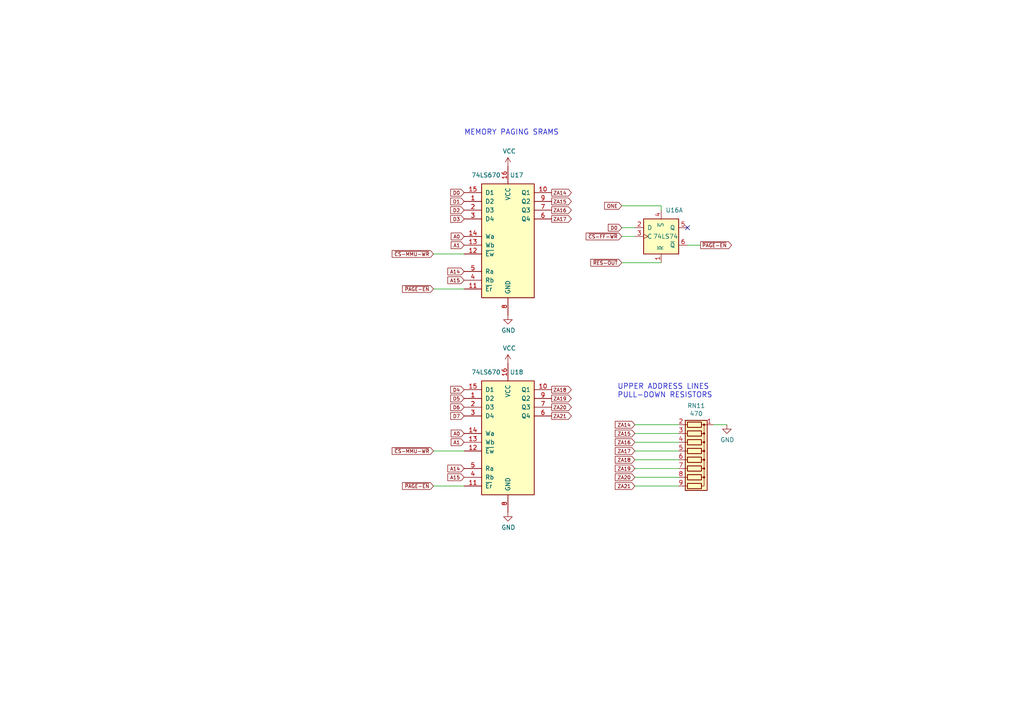
<source format=kicad_sch>
(kicad_sch (version 20211123) (generator eeschema)
  (paper "A4")
  (lib_symbols
    (symbol "74xx:74LS670" (pin_names (offset 1.016))
      (property "Reference" "U" (at -7.62 16.51 0))
      (property "Value" "74LS670" (at -7.62 -19.05 0))
      (symbol "74LS670_1_0"
        (pin input line (at -12.7 10.16 0) (length 5.08) (name "D2") (number "1"))
        (pin tri_state line (at 12.7 12.7 180) (length 5.08) (name "Q1") (number "10"))
        (pin input line (at -12.7 -15.24 0) (length 5.08) (name "~{Er}") (number "11"))
        (pin input line (at -12.7 -5.08 0) (length 5.08) (name "~{Ew}") (number "12"))
        (pin input line (at -12.7 -2.54 0) (length 5.08) (name "Wb") (number "13"))
        (pin input line (at -12.7 0 0) (length 5.08) (name "Wa") (number "14"))
        (pin input line (at -12.7 12.7 0) (length 5.08) (name "D1") (number "15"))
        (pin power_in line (at 0 20.32 270) (length 5.08) (name "VCC") (number "16"))
        (pin input line (at -12.7 7.62 0) (length 5.08) (name "D3") (number "2"))
        (pin input line (at -12.7 5.08 0) (length 5.08) (name "D4") (number "3"))
        (pin input line (at -12.7 -12.7 0) (length 5.08) (name "Rb") (number "4"))
        (pin input line (at -12.7 -10.16 0) (length 5.08) (name "Ra") (number "5"))
        (pin tri_state line (at 12.7 5.08 180) (length 5.08) (name "Q4") (number "6"))
        (pin tri_state line (at 12.7 7.62 180) (length 5.08) (name "Q3") (number "7"))
        (pin power_in line (at 0 -22.86 90) (length 5.08) (name "GND") (number "8"))
        (pin tri_state line (at 12.7 10.16 180) (length 5.08) (name "Q2") (number "9"))
      )
      (symbol "74LS670_1_1"
        (rectangle (start -7.62 15.24) (end 7.62 -17.78) (stroke (width 0.254)) (fill (type background)))
      )
    )
    (symbol "74xx:74LS74" (pin_names (offset 1.016))
      (property "Reference" "U" (at -7.62 8.89 0))
      (property "Value" "74LS74" (at -7.62 -8.89 0))
      (symbol "74LS74_1_0"
        (pin input line (at 0 -7.62 90) (length 2.54) (name "~{R}") (number "1"))
        (pin input line (at -7.62 2.54 0) (length 2.54) (name "D") (number "2"))
        (pin input clock (at -7.62 0 0) (length 2.54) (name "C") (number "3"))
        (pin input line (at 0 7.62 270) (length 2.54) (name "~{S}") (number "4"))
        (pin output line (at 7.62 2.54 180) (length 2.54) (name "Q") (number "5"))
        (pin output line (at 7.62 -2.54 180) (length 2.54) (name "~{Q}") (number "6"))
      )
      (symbol "74LS74_1_1"
        (rectangle (start -5.08 5.08) (end 5.08 -5.08) (stroke (width 0.254)) (fill (type background)))
      )
      (symbol "74LS74_2_0"
        (pin input line (at 0 7.62 270) (length 2.54) (name "~{S}") (number "10"))
        (pin input clock (at -7.62 0 0) (length 2.54) (name "C") (number "11"))
        (pin input line (at -7.62 2.54 0) (length 2.54) (name "D") (number "12"))
        (pin input line (at 0 -7.62 90) (length 2.54) (name "~{R}") (number "13"))
        (pin output line (at 7.62 -2.54 180) (length 2.54) (name "~{Q}") (number "8"))
        (pin output line (at 7.62 2.54 180) (length 2.54) (name "Q") (number "9"))
      )
      (symbol "74LS74_2_1"
        (rectangle (start -5.08 5.08) (end 5.08 -5.08) (stroke (width 0.254)) (fill (type background)))
      )
      (symbol "74LS74_3_0"
        (pin power_in line (at 0 10.16 270) (length 2.54) (name "VCC") (number "14"))
        (pin power_in line (at 0 -10.16 90) (length 2.54) (name "GND") (number "7"))
      )
      (symbol "74LS74_3_1"
        (rectangle (start -5.08 7.62) (end 5.08 -7.62) (stroke (width 0.254)) (fill (type background)))
      )
    )
    (symbol "Device:R_Network08" (pin_names (offset 0) hide)
      (property "Reference" "RN" (at -12.7 0 90))
      (property "Value" "R_Network08" (at 10.16 0 90))
      (symbol "R_Network08_0_1"
        (rectangle (start -11.43 -3.175) (end 8.89 3.175) (stroke (width 0.254)) (fill (type background)))
        (rectangle (start -10.922 1.524) (end -9.398 -2.54) (stroke (width 0.254)))
        (circle (center -10.16 2.286) (radius 0.254) (fill (type outline)))
        (rectangle (start -8.382 1.524) (end -6.858 -2.54) (stroke (width 0.254)))
        (circle (center -7.62 2.286) (radius 0.254) (fill (type outline)))
        (rectangle (start -5.842 1.524) (end -4.318 -2.54) (stroke (width 0.254)))
        (circle (center -5.08 2.286) (radius 0.254) (fill (type outline)))
        (rectangle (start -3.302 1.524) (end -1.778 -2.54) (stroke (width 0.254)))
        (circle (center -2.54 2.286) (radius 0.254) (fill (type outline)))
        (rectangle (start -0.762 1.524) (end 0.762 -2.54) (stroke (width 0.254)))
        (polyline (pts (xy -10.16 -2.54) (xy -10.16 -3.81)))
        (polyline (pts (xy -7.62 -2.54) (xy -7.62 -3.81)))
        (polyline (pts (xy -5.08 -2.54) (xy -5.08 -3.81)))
        (polyline (pts (xy -2.54 -2.54) (xy -2.54 -3.81)))
        (polyline (pts (xy 0 -2.54) (xy 0 -3.81)))
        (polyline (pts (xy 2.54 -2.54) (xy 2.54 -3.81)))
        (polyline (pts (xy 5.08 -2.54) (xy 5.08 -3.81)))
        (polyline (pts (xy 7.62 -2.54) (xy 7.62 -3.81)))
        (polyline (pts (xy -10.16 1.524) (xy -10.16 2.286) (xy -7.62 2.286) (xy -7.62 1.524)))
        (polyline (pts (xy -7.62 1.524) (xy -7.62 2.286) (xy -5.08 2.286) (xy -5.08 1.524)))
        (polyline (pts (xy -5.08 1.524) (xy -5.08 2.286) (xy -2.54 2.286) (xy -2.54 1.524)))
        (polyline (pts (xy -2.54 1.524) (xy -2.54 2.286) (xy 0 2.286) (xy 0 1.524)))
        (polyline (pts (xy 0 1.524) (xy 0 2.286) (xy 2.54 2.286) (xy 2.54 1.524)))
        (polyline (pts (xy 2.54 1.524) (xy 2.54 2.286) (xy 5.08 2.286) (xy 5.08 1.524)))
        (polyline (pts (xy 5.08 1.524) (xy 5.08 2.286) (xy 7.62 2.286) (xy 7.62 1.524)))
        (circle (center 0 2.286) (radius 0.254) (fill (type outline)))
        (rectangle (start 1.778 1.524) (end 3.302 -2.54) (stroke (width 0.254)))
        (circle (center 2.54 2.286) (radius 0.254) (fill (type outline)))
        (rectangle (start 4.318 1.524) (end 5.842 -2.54) (stroke (width 0.254)))
        (circle (center 5.08 2.286) (radius 0.254) (fill (type outline)))
        (rectangle (start 6.858 1.524) (end 8.382 -2.54) (stroke (width 0.254)))
      )
      (symbol "R_Network08_1_1"
        (pin passive line (at -10.16 5.08 270) (length 2.54) (name "common") (number "1"))
        (pin passive line (at -10.16 -5.08 90) (length 1.27) (name "R1") (number "2"))
        (pin passive line (at -7.62 -5.08 90) (length 1.27) (name "R2") (number "3"))
        (pin passive line (at -5.08 -5.08 90) (length 1.27) (name "R3") (number "4"))
        (pin passive line (at -2.54 -5.08 90) (length 1.27) (name "R4") (number "5"))
        (pin passive line (at 0 -5.08 90) (length 1.27) (name "R5") (number "6"))
        (pin passive line (at 2.54 -5.08 90) (length 1.27) (name "R6") (number "7"))
        (pin passive line (at 5.08 -5.08 90) (length 1.27) (name "R7") (number "8"))
        (pin passive line (at 7.62 -5.08 90) (length 1.27) (name "R8") (number "9"))
      )
    )
    (symbol "power:GND" (power) (pin_names (offset 0))
      (property "Value" "GND" (at 0 -3.81 0))
      (symbol "GND_0_1"
        (polyline (pts (xy 0 0) (xy 0 -1.27) (xy 1.27 -1.27) (xy 0 -2.54) (xy -1.27 -1.27) (xy 0 -1.27)))
      )
      (symbol "GND_1_1"
        (pin power_in line (at 0 0 270) (length 0) hide (name "GND") (number "1"))
      )
    )
    (symbol "power:VCC" (power) (pin_names (offset 0))
      (property "Value" "VCC" (at 0 3.81 0))
      (symbol "VCC_0_1"
        (polyline (pts (xy -0.762 1.27) (xy 0 2.54)))
        (polyline (pts (xy 0 0) (xy 0 2.54)))
        (polyline (pts (xy 0 2.54) (xy 0.762 1.27)))
      )
      (symbol "VCC_1_1"
        (pin power_in line (at 0 0 90) (length 0) hide (name "VCC") (number "1"))
      )
    )
  )
  (no_connect (at 199.39 66.04))
  (wire (pts (xy 184.15 125.73) (xy 196.85 125.73)))
  (wire (pts (xy 180.34 66.04) (xy 184.15 66.04)))
  (wire (pts (xy 184.15 128.27) (xy 196.85 128.27)))
  (wire (pts (xy 125.73 83.82) (xy 134.62 83.82)))
  (wire (pts (xy 191.77 59.69) (xy 180.34 59.69)))
  (wire (pts (xy 125.73 130.81) (xy 134.62 130.81)))
  (wire (pts (xy 125.73 140.97) (xy 134.62 140.97)))
  (wire (pts (xy 199.39 71.12) (xy 203.2 71.12)))
  (wire (pts (xy 207.01 123.19) (xy 210.82 123.19)))
  (wire (pts (xy 184.15 133.35) (xy 196.85 133.35)))
  (wire (pts (xy 191.77 60.96) (xy 191.77 59.69)))
  (wire (pts (xy 125.73 73.66) (xy 134.62 73.66)))
  (wire (pts (xy 184.15 135.89) (xy 196.85 135.89)))
  (wire (pts (xy 184.15 130.81) (xy 196.85 130.81)))
  (wire (pts (xy 184.15 123.19) (xy 196.85 123.19)))
  (wire (pts (xy 191.77 76.2) (xy 180.34 76.2)))
  (wire (pts (xy 184.15 140.97) (xy 196.85 140.97)))
  (wire (pts (xy 180.34 68.58) (xy 184.15 68.58)))
  (wire (pts (xy 184.15 138.43) (xy 196.85 138.43)))
  (text "UPPER ADDRESS LINES \nPULL-DOWN RESISTORS" (at 179.07 115.57 0) (effects (font (size 1.524 1.524)) (justify left bottom)))
  (text "MEMORY PAGING SRAMS" (at 134.62 39.37 0) (effects (font (size 1.524 1.524)) (justify left bottom)))
  (global_label "D3" (shape input) (at 134.62 63.5 180) (effects (font (size 1.016 1.016))) (property "Intersheet References" "${INTERSHEET_REFS}" (effects hide)))
  (global_label "ZA20" (shape output) (at 160.02 118.11 0) (effects (font (size 1.016 1.016))) (property "Intersheet References" "${INTERSHEET_REFS}" (effects hide)))
  (global_label "ZA17" (shape input) (at 184.15 130.81 180) (effects (font (size 1.016 1.016))) (property "Intersheet References" "${INTERSHEET_REFS}" (effects hide)))
  (global_label "~{PAGE-EN}" (shape input) (at 125.73 140.97 180) (effects (font (size 1.016 1.016))) (property "Intersheet References" "${INTERSHEET_REFS}" (effects hide)))
  (global_label "~{PAGE-EN}" (shape input) (at 125.73 83.82 180) (effects (font (size 1.016 1.016))) (property "Intersheet References" "${INTERSHEET_REFS}" (effects hide)))
  (global_label "ZA20" (shape input) (at 184.15 138.43 180) (effects (font (size 1.016 1.016))) (property "Intersheet References" "${INTERSHEET_REFS}" (effects hide)))
  (global_label "ZA18" (shape output) (at 160.02 113.03 0) (effects (font (size 1.016 1.016))) (property "Intersheet References" "${INTERSHEET_REFS}" (effects hide)))
  (global_label "A0" (shape input) (at 134.62 68.58 180) (effects (font (size 1.016 1.016))) (property "Intersheet References" "${INTERSHEET_REFS}" (effects hide)))
  (global_label "A15" (shape input) (at 134.62 138.43 180) (effects (font (size 1.016 1.016))) (property "Intersheet References" "${INTERSHEET_REFS}" (effects hide)))
  (global_label "A1" (shape input) (at 134.62 128.27 180) (effects (font (size 1.016 1.016))) (property "Intersheet References" "${INTERSHEET_REFS}" (effects hide)))
  (global_label "ZA21" (shape input) (at 184.15 140.97 180) (effects (font (size 1.016 1.016))) (property "Intersheet References" "${INTERSHEET_REFS}" (effects hide)))
  (global_label "ZA18" (shape input) (at 184.15 133.35 180) (effects (font (size 1.016 1.016))) (property "Intersheet References" "${INTERSHEET_REFS}" (effects hide)))
  (global_label "~{PAGE-EN}" (shape output) (at 203.2 71.12 0) (effects (font (size 1.016 1.016))) (property "Intersheet References" "${INTERSHEET_REFS}" (effects hide)))
  (global_label "D4" (shape input) (at 134.62 113.03 180) (effects (font (size 1.016 1.016))) (property "Intersheet References" "${INTERSHEET_REFS}" (effects hide)))
  (global_label "D2" (shape input) (at 134.62 60.96 180) (effects (font (size 1.016 1.016))) (property "Intersheet References" "${INTERSHEET_REFS}" (effects hide)))
  (global_label "ZA19" (shape output) (at 160.02 115.57 0) (effects (font (size 1.016 1.016))) (property "Intersheet References" "${INTERSHEET_REFS}" (effects hide)))
  (global_label "A14" (shape input) (at 134.62 135.89 180) (effects (font (size 1.016 1.016))) (property "Intersheet References" "${INTERSHEET_REFS}" (effects hide)))
  (global_label "~{CS-MMU-WR}" (shape input) (at 125.73 130.81 180) (effects (font (size 1.016 1.016))) (property "Intersheet References" "${INTERSHEET_REFS}" (effects hide)))
  (global_label "ZA15" (shape input) (at 184.15 125.73 180) (effects (font (size 1.016 1.016))) (property "Intersheet References" "${INTERSHEET_REFS}" (effects hide)))
  (global_label "ONE" (shape input) (at 180.34 59.69 180) (effects (font (size 1.016 1.016))) (property "Intersheet References" "${INTERSHEET_REFS}" (effects hide)))
  (global_label "ZA14" (shape output) (at 160.02 55.88 0) (effects (font (size 1.016 1.016))) (property "Intersheet References" "${INTERSHEET_REFS}" (effects hide)))
  (global_label "ZA14" (shape input) (at 184.15 123.19 180) (effects (font (size 1.016 1.016))) (property "Intersheet References" "${INTERSHEET_REFS}" (effects hide)))
  (global_label "A0" (shape input) (at 134.62 125.73 180) (effects (font (size 1.016 1.016))) (property "Intersheet References" "${INTERSHEET_REFS}" (effects hide)))
  (global_label "ZA17" (shape output) (at 160.02 63.5 0) (effects (font (size 1.016 1.016))) (property "Intersheet References" "${INTERSHEET_REFS}" (effects hide)))
  (global_label "~{RES-OUT}" (shape input) (at 180.34 76.2 180) (effects (font (size 1.016 1.016))) (property "Intersheet References" "${INTERSHEET_REFS}" (effects hide)))
  (global_label "ZA15" (shape output) (at 160.02 58.42 0) (effects (font (size 1.016 1.016))) (property "Intersheet References" "${INTERSHEET_REFS}" (effects hide)))
  (global_label "~{CS-MMU-WR}" (shape input) (at 125.73 73.66 180) (effects (font (size 1.016 1.016))) (property "Intersheet References" "${INTERSHEET_REFS}" (effects hide)))
  (global_label "ZA16" (shape output) (at 160.02 60.96 0) (effects (font (size 1.016 1.016))) (property "Intersheet References" "${INTERSHEET_REFS}" (effects hide)))
  (global_label "D7" (shape input) (at 134.62 120.65 180) (effects (font (size 1.016 1.016))) (property "Intersheet References" "${INTERSHEET_REFS}" (effects hide)))
  (global_label "ZA21" (shape output) (at 160.02 120.65 0) (effects (font (size 1.016 1.016))) (property "Intersheet References" "${INTERSHEET_REFS}" (effects hide)))
  (global_label "D5" (shape input) (at 134.62 115.57 180) (effects (font (size 1.016 1.016))) (property "Intersheet References" "${INTERSHEET_REFS}" (effects hide)))
  (global_label "A1" (shape input) (at 134.62 71.12 180) (effects (font (size 1.016 1.016))) (property "Intersheet References" "${INTERSHEET_REFS}" (effects hide)))
  (global_label "ZA19" (shape input) (at 184.15 135.89 180) (effects (font (size 1.016 1.016))) (property "Intersheet References" "${INTERSHEET_REFS}" (effects hide)))
  (global_label "D0" (shape input) (at 180.34 66.04 180) (effects (font (size 1.016 1.016))) (property "Intersheet References" "${INTERSHEET_REFS}" (effects hide)))
  (global_label "A15" (shape input) (at 134.62 81.28 180) (effects (font (size 1.016 1.016))) (property "Intersheet References" "${INTERSHEET_REFS}" (effects hide)))
  (global_label "D1" (shape input) (at 134.62 58.42 180) (effects (font (size 1.016 1.016))) (property "Intersheet References" "${INTERSHEET_REFS}" (effects hide)))
  (global_label "D6" (shape input) (at 134.62 118.11 180) (effects (font (size 1.016 1.016))) (property "Intersheet References" "${INTERSHEET_REFS}" (effects hide)))
  (global_label "D0" (shape input) (at 134.62 55.88 180) (effects (font (size 1.016 1.016))) (property "Intersheet References" "${INTERSHEET_REFS}" (effects hide)))
  (global_label "~{CS-FF-WR}" (shape input) (at 180.34 68.58 180) (effects (font (size 1.016 1.016))) (property "Intersheet References" "${INTERSHEET_REFS}" (effects hide)))
  (global_label "A14" (shape input) (at 134.62 78.74 180) (effects (font (size 1.016 1.016))) (property "Intersheet References" "${INTERSHEET_REFS}" (effects hide)))
  (global_label "ZA16" (shape input) (at 184.15 128.27 180) (effects (font (size 1.016 1.016))) (property "Intersheet References" "${INTERSHEET_REFS}" (effects hide)))
  (symbol (lib_id "74xx:74LS670") (at 147.32 68.58 0) (unit 1)
    (property "Reference" "U17" (at 149.86 50.8 0))
    (property "Value" "74LS670" (at 140.97 50.8 0))
    (property "Footprint" "Package_DIP:DIP-16_W7.62mm_Socket" (effects hide))
    (property "Datasheet" "http://www.ti.com/lit/gpn/sn74LS670" (effects hide))
  )
  (symbol (lib_id "power:VCC") (at 147.32 48.26 0) (unit 1)
    (property "Reference" "#PWR053" (effects hide))
    (property "Value" "VCC" (at 147.701 43.8658 0))
  )
  (symbol (lib_id "power:VCC") (at 147.32 105.41 0) (unit 1)
    (property "Reference" "#PWR055" (effects hide))
    (property "Value" "VCC" (at 147.701 101.0158 0))
  )
  (symbol (lib_id "power:GND") (at 147.32 148.59 0) (unit 1)
    (property "Reference" "#PWR056" (effects hide))
    (property "Value" "GND" (at 147.447 152.9842 0))
  )
  (symbol (lib_id "power:GND") (at 147.32 91.44 0) (unit 1)
    (property "Reference" "#PWR054" (effects hide))
    (property "Value" "GND" (at 147.447 95.8342 0))
  )
  (symbol (lib_id "74xx:74LS670") (at 147.32 125.73 0) (unit 1)
    (property "Reference" "U18" (at 149.86 107.95 0))
    (property "Value" "74LS670" (at 140.97 107.95 0))
    (property "Footprint" "Package_DIP:DIP-16_W7.62mm_Socket" (effects hide))
    (property "Datasheet" "http://www.ti.com/lit/gpn/sn74LS670" (effects hide))
  )
  (symbol (lib_id "Device:R_Network08") (at 201.93 133.35 270) (unit 1)
    (property "Reference" "RN11" (at 201.93 117.6782 90))
    (property "Value" "470" (at 201.93 119.9896 90))
    (property "Footprint" "Resistor_THT:R_Array_SIP9" (effects hide))
    (property "Datasheet" "http://www.vishay.com/docs/31509/csc.pdf" (effects hide))
  )
  (symbol (lib_id "74xx:74LS74") (at 191.77 68.58 0) (unit 1)
    (property "Reference" "U16" (at 195.58 60.96 0))
    (property "Value" "74LS74" (at 193.04 68.58 0))
    (property "Footprint" "Package_DIP:DIP-14_W7.62mm_Socket" (effects hide))
    (property "Datasheet" "74xx/74hc_hct74.pdf" (effects hide))
  )
  (symbol (lib_id "power:GND") (at 210.82 123.19 0) (unit 1)
    (property "Reference" "#PWR057" (effects hide))
    (property "Value" "GND" (at 210.947 127.5842 0))
  )
)
</source>
